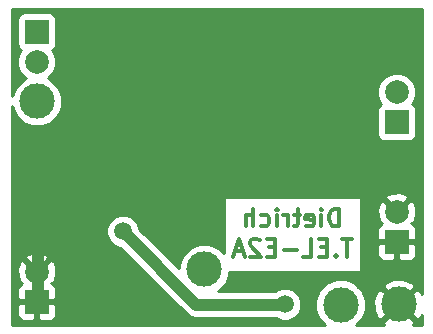
<source format=gbr>
G04 #@! TF.FileFunction,Copper,L2,Bot,Signal*
%FSLAX46Y46*%
G04 Gerber Fmt 4.6, Leading zero omitted, Abs format (unit mm)*
G04 Created by KiCad (PCBNEW 4.0.7) date 10/02/18 16:36:01*
%MOMM*%
%LPD*%
G01*
G04 APERTURE LIST*
%ADD10C,0.100000*%
%ADD11C,0.300000*%
%ADD12R,2.006600X2.006600*%
%ADD13C,2.006600*%
%ADD14C,2.999740*%
%ADD15C,1.500000*%
%ADD16C,0.800000*%
%ADD17C,1.000000*%
%ADD18C,0.254000*%
G04 APERTURE END LIST*
D10*
D11*
X152364285Y-106043571D02*
X152364285Y-104543571D01*
X152007142Y-104543571D01*
X151792857Y-104615000D01*
X151649999Y-104757857D01*
X151578571Y-104900714D01*
X151507142Y-105186429D01*
X151507142Y-105400714D01*
X151578571Y-105686429D01*
X151649999Y-105829286D01*
X151792857Y-105972143D01*
X152007142Y-106043571D01*
X152364285Y-106043571D01*
X150864285Y-106043571D02*
X150864285Y-105043571D01*
X150864285Y-104543571D02*
X150935714Y-104615000D01*
X150864285Y-104686429D01*
X150792857Y-104615000D01*
X150864285Y-104543571D01*
X150864285Y-104686429D01*
X149578571Y-105972143D02*
X149721428Y-106043571D01*
X150007142Y-106043571D01*
X150149999Y-105972143D01*
X150221428Y-105829286D01*
X150221428Y-105257857D01*
X150149999Y-105115000D01*
X150007142Y-105043571D01*
X149721428Y-105043571D01*
X149578571Y-105115000D01*
X149507142Y-105257857D01*
X149507142Y-105400714D01*
X150221428Y-105543571D01*
X149078571Y-105043571D02*
X148507142Y-105043571D01*
X148864285Y-104543571D02*
X148864285Y-105829286D01*
X148792857Y-105972143D01*
X148649999Y-106043571D01*
X148507142Y-106043571D01*
X148007142Y-106043571D02*
X148007142Y-105043571D01*
X148007142Y-105329286D02*
X147935714Y-105186429D01*
X147864285Y-105115000D01*
X147721428Y-105043571D01*
X147578571Y-105043571D01*
X147078571Y-106043571D02*
X147078571Y-105043571D01*
X147078571Y-104543571D02*
X147150000Y-104615000D01*
X147078571Y-104686429D01*
X147007143Y-104615000D01*
X147078571Y-104543571D01*
X147078571Y-104686429D01*
X145721428Y-105972143D02*
X145864285Y-106043571D01*
X146149999Y-106043571D01*
X146292857Y-105972143D01*
X146364285Y-105900714D01*
X146435714Y-105757857D01*
X146435714Y-105329286D01*
X146364285Y-105186429D01*
X146292857Y-105115000D01*
X146149999Y-105043571D01*
X145864285Y-105043571D01*
X145721428Y-105115000D01*
X145078571Y-106043571D02*
X145078571Y-104543571D01*
X144435714Y-106043571D02*
X144435714Y-105257857D01*
X144507143Y-105115000D01*
X144650000Y-105043571D01*
X144864285Y-105043571D01*
X145007143Y-105115000D01*
X145078571Y-105186429D01*
X153435714Y-107093571D02*
X152578571Y-107093571D01*
X153007142Y-108593571D02*
X153007142Y-107093571D01*
X152078571Y-108450714D02*
X152007143Y-108522143D01*
X152078571Y-108593571D01*
X152150000Y-108522143D01*
X152078571Y-108450714D01*
X152078571Y-108593571D01*
X151364285Y-107807857D02*
X150864285Y-107807857D01*
X150649999Y-108593571D02*
X151364285Y-108593571D01*
X151364285Y-107093571D01*
X150649999Y-107093571D01*
X149292856Y-108593571D02*
X150007142Y-108593571D01*
X150007142Y-107093571D01*
X148792856Y-108022143D02*
X147649999Y-108022143D01*
X146935713Y-107807857D02*
X146435713Y-107807857D01*
X146221427Y-108593571D02*
X146935713Y-108593571D01*
X146935713Y-107093571D01*
X146221427Y-107093571D01*
X145649999Y-107236429D02*
X145578570Y-107165000D01*
X145435713Y-107093571D01*
X145078570Y-107093571D01*
X144935713Y-107165000D01*
X144864284Y-107236429D01*
X144792856Y-107379286D01*
X144792856Y-107522143D01*
X144864284Y-107736429D01*
X145721427Y-108593571D01*
X144792856Y-108593571D01*
X144221428Y-108165000D02*
X143507142Y-108165000D01*
X144364285Y-108593571D02*
X143864285Y-107093571D01*
X143364285Y-108593571D01*
D12*
X126760000Y-89570000D03*
D13*
X126760000Y-92110000D03*
D12*
X126760000Y-112430000D03*
D13*
X126760000Y-109890000D03*
D12*
X157240000Y-107360000D03*
D13*
X157240000Y-104820000D03*
D12*
X157240000Y-97200000D03*
D13*
X157240000Y-94660000D03*
D14*
X157410000Y-112650000D03*
X152480000Y-112660000D03*
X140930000Y-109690000D03*
X126780000Y-95440000D03*
D15*
X144140000Y-91810000D03*
X144210000Y-94260000D03*
X144160000Y-89020000D03*
X130350000Y-88470000D03*
X157540000Y-88620000D03*
X134040000Y-106450000D03*
X147770000Y-112640000D03*
D16*
X143600000Y-91270000D02*
X143600000Y-91140000D01*
X144140000Y-91810000D02*
X143600000Y-91270000D01*
X141090000Y-91140000D02*
X139750000Y-91140000D01*
X144210000Y-94260000D02*
X141090000Y-91140000D01*
X141560000Y-91200000D02*
X141560000Y-91140000D01*
X141620000Y-91140000D02*
X141560000Y-91200000D01*
X142040000Y-91140000D02*
X141620000Y-91140000D01*
X144160000Y-89020000D02*
X142040000Y-91140000D01*
D17*
X129340000Y-89480000D02*
X129340000Y-101550000D01*
X130350000Y-88470000D02*
X129340000Y-89480000D01*
X155020000Y-91140000D02*
X143600000Y-91140000D01*
X143600000Y-91140000D02*
X141560000Y-91140000D01*
X157540000Y-88620000D02*
X155020000Y-91140000D01*
X141560000Y-91140000D02*
X139750000Y-91140000D01*
X139750000Y-91140000D02*
X129340000Y-101550000D01*
X126850000Y-104040000D02*
X126850000Y-111420000D01*
X129340000Y-101550000D02*
X126850000Y-104040000D01*
X140250000Y-112660000D02*
X134040000Y-106450000D01*
X147750000Y-112660000D02*
X140250000Y-112660000D01*
D16*
X147770000Y-112640000D02*
X147750000Y-112660000D01*
D18*
G36*
X159352300Y-111740257D02*
X159242632Y-111475495D01*
X158923877Y-111315728D01*
X157589605Y-112650000D01*
X158923877Y-113984272D01*
X159242632Y-113824505D01*
X159352300Y-113544740D01*
X159352300Y-114352300D01*
X158649830Y-114352300D01*
X158744272Y-114163877D01*
X157410000Y-112829605D01*
X156075728Y-114163877D01*
X156170170Y-114352300D01*
X153806544Y-114352300D01*
X154288800Y-113870886D01*
X154614499Y-113086515D01*
X154615214Y-112266217D01*
X155267405Y-112266217D01*
X155283633Y-113115366D01*
X155577368Y-113824505D01*
X155896123Y-113984272D01*
X157230395Y-112650000D01*
X155896123Y-111315728D01*
X155577368Y-111475495D01*
X155267405Y-112266217D01*
X154615214Y-112266217D01*
X154615240Y-112237211D01*
X154290910Y-111452273D01*
X153975312Y-111136123D01*
X156075728Y-111136123D01*
X157410000Y-112470395D01*
X158744272Y-111136123D01*
X158584505Y-110817368D01*
X157793783Y-110507405D01*
X156944634Y-110523633D01*
X156235495Y-110817368D01*
X156075728Y-111136123D01*
X153975312Y-111136123D01*
X153690886Y-110851200D01*
X152906515Y-110525501D01*
X152057211Y-110524760D01*
X151272273Y-110849090D01*
X150671200Y-111449114D01*
X150345501Y-112233485D01*
X150344760Y-113082789D01*
X150669090Y-113867727D01*
X151152817Y-114352300D01*
X124647700Y-114352300D01*
X124647700Y-112715750D01*
X125121700Y-112715750D01*
X125121700Y-113559609D01*
X125218373Y-113792998D01*
X125397001Y-113971627D01*
X125630390Y-114068300D01*
X126474250Y-114068300D01*
X126633000Y-113909550D01*
X126633000Y-112557000D01*
X126887000Y-112557000D01*
X126887000Y-113909550D01*
X127045750Y-114068300D01*
X127889610Y-114068300D01*
X128122999Y-113971627D01*
X128301627Y-113792998D01*
X128398300Y-113559609D01*
X128398300Y-112715750D01*
X128239550Y-112557000D01*
X126887000Y-112557000D01*
X126633000Y-112557000D01*
X125280450Y-112557000D01*
X125121700Y-112715750D01*
X124647700Y-112715750D01*
X124647700Y-109624674D01*
X125110811Y-109624674D01*
X125134812Y-110275988D01*
X125337884Y-110766247D01*
X125524658Y-110835496D01*
X125397001Y-110888373D01*
X125218373Y-111067002D01*
X125121700Y-111300391D01*
X125121700Y-112144250D01*
X125280450Y-112303000D01*
X126633000Y-112303000D01*
X126633000Y-112283000D01*
X126887000Y-112283000D01*
X126887000Y-112303000D01*
X128239550Y-112303000D01*
X128398300Y-112144250D01*
X128398300Y-111300391D01*
X128301627Y-111067002D01*
X128122999Y-110888373D01*
X127995342Y-110835496D01*
X128182116Y-110766247D01*
X128409189Y-110155326D01*
X128385188Y-109504012D01*
X128182116Y-109013753D01*
X127914919Y-108914686D01*
X126939605Y-109890000D01*
X126953748Y-109904143D01*
X126774143Y-110083748D01*
X126760000Y-110069605D01*
X126745858Y-110083748D01*
X126566253Y-109904143D01*
X126580395Y-109890000D01*
X125605081Y-108914686D01*
X125337884Y-109013753D01*
X125110811Y-109624674D01*
X124647700Y-109624674D01*
X124647700Y-108735081D01*
X125784686Y-108735081D01*
X126760000Y-109710395D01*
X127735314Y-108735081D01*
X127636247Y-108467884D01*
X127025326Y-108240811D01*
X126374012Y-108264812D01*
X125883753Y-108467884D01*
X125784686Y-108735081D01*
X124647700Y-108735081D01*
X124647700Y-106724285D01*
X132654760Y-106724285D01*
X132865169Y-107233515D01*
X133254436Y-107623461D01*
X133763298Y-107834759D01*
X133819676Y-107834808D01*
X139447434Y-113462566D01*
X139815654Y-113708603D01*
X140250000Y-113795000D01*
X146966007Y-113795000D01*
X146984436Y-113813461D01*
X147493298Y-114024759D01*
X148044285Y-114025240D01*
X148553515Y-113814831D01*
X148943461Y-113425564D01*
X149154759Y-112916702D01*
X149155240Y-112365715D01*
X148944831Y-111856485D01*
X148555564Y-111466539D01*
X148046702Y-111255241D01*
X147495715Y-111254760D01*
X146986485Y-111465169D01*
X146926550Y-111525000D01*
X142079425Y-111525000D01*
X142137727Y-111500910D01*
X142738800Y-110900886D01*
X143064499Y-110116515D01*
X143064688Y-109900000D01*
X154213572Y-109900000D01*
X154213572Y-107645750D01*
X155601700Y-107645750D01*
X155601700Y-108489609D01*
X155698373Y-108722998D01*
X155877001Y-108901627D01*
X156110390Y-108998300D01*
X156954250Y-108998300D01*
X157113000Y-108839550D01*
X157113000Y-107487000D01*
X157367000Y-107487000D01*
X157367000Y-108839550D01*
X157525750Y-108998300D01*
X158369610Y-108998300D01*
X158602999Y-108901627D01*
X158781627Y-108722998D01*
X158878300Y-108489609D01*
X158878300Y-107645750D01*
X158719550Y-107487000D01*
X157367000Y-107487000D01*
X157113000Y-107487000D01*
X155760450Y-107487000D01*
X155601700Y-107645750D01*
X154213572Y-107645750D01*
X154213572Y-104554674D01*
X155590811Y-104554674D01*
X155614812Y-105205988D01*
X155817884Y-105696247D01*
X156004658Y-105765496D01*
X155877001Y-105818373D01*
X155698373Y-105997002D01*
X155601700Y-106230391D01*
X155601700Y-107074250D01*
X155760450Y-107233000D01*
X157113000Y-107233000D01*
X157113000Y-107213000D01*
X157367000Y-107213000D01*
X157367000Y-107233000D01*
X158719550Y-107233000D01*
X158878300Y-107074250D01*
X158878300Y-106230391D01*
X158781627Y-105997002D01*
X158602999Y-105818373D01*
X158475342Y-105765496D01*
X158662116Y-105696247D01*
X158889189Y-105085326D01*
X158865188Y-104434012D01*
X158662116Y-103943753D01*
X158394919Y-103844686D01*
X157419605Y-104820000D01*
X157433748Y-104834143D01*
X157254143Y-105013748D01*
X157240000Y-104999605D01*
X157225858Y-105013748D01*
X157046253Y-104834143D01*
X157060395Y-104820000D01*
X156085081Y-103844686D01*
X155817884Y-103943753D01*
X155590811Y-104554674D01*
X154213572Y-104554674D01*
X154213572Y-103665081D01*
X156264686Y-103665081D01*
X157240000Y-104640395D01*
X158215314Y-103665081D01*
X158116247Y-103397884D01*
X157505326Y-103170811D01*
X156854012Y-103194812D01*
X156363753Y-103397884D01*
X156264686Y-103665081D01*
X154213572Y-103665081D01*
X154213572Y-103530000D01*
X142586429Y-103530000D01*
X142586429Y-108327522D01*
X142140886Y-107881200D01*
X141356515Y-107555501D01*
X140507211Y-107554760D01*
X139722273Y-107879090D01*
X139121200Y-108479114D01*
X138795501Y-109263485D01*
X138795207Y-109600075D01*
X135425193Y-106230061D01*
X135425240Y-106175715D01*
X135214831Y-105666485D01*
X134825564Y-105276539D01*
X134316702Y-105065241D01*
X133765715Y-105064760D01*
X133256485Y-105275169D01*
X132866539Y-105664436D01*
X132655241Y-106173298D01*
X132654760Y-106724285D01*
X124647700Y-106724285D01*
X124647700Y-95869904D01*
X124969090Y-96647727D01*
X125569114Y-97248800D01*
X126353485Y-97574499D01*
X127202789Y-97575240D01*
X127987727Y-97250910D01*
X128588800Y-96650886D01*
X128777394Y-96196700D01*
X155589260Y-96196700D01*
X155589260Y-98203300D01*
X155633538Y-98438617D01*
X155772610Y-98654741D01*
X155984810Y-98799731D01*
X156236700Y-98850740D01*
X158243300Y-98850740D01*
X158478617Y-98806462D01*
X158694741Y-98667390D01*
X158839731Y-98455190D01*
X158890740Y-98203300D01*
X158890740Y-96196700D01*
X158846462Y-95961383D01*
X158707390Y-95745259D01*
X158567515Y-95649687D01*
X158628073Y-95589234D01*
X158878015Y-94987308D01*
X158878584Y-94335552D01*
X158629693Y-93733190D01*
X158169234Y-93271927D01*
X157567308Y-93021985D01*
X156915552Y-93021416D01*
X156313190Y-93270307D01*
X155851927Y-93730766D01*
X155601985Y-94332692D01*
X155601416Y-94984448D01*
X155850307Y-95586810D01*
X155913485Y-95650099D01*
X155785259Y-95732610D01*
X155640269Y-95944810D01*
X155589260Y-96196700D01*
X128777394Y-96196700D01*
X128914499Y-95866515D01*
X128915240Y-95017211D01*
X128590910Y-94232273D01*
X127990886Y-93631200D01*
X127680480Y-93502308D01*
X127686810Y-93499693D01*
X128148073Y-93039234D01*
X128398015Y-92437308D01*
X128398584Y-91785552D01*
X128149693Y-91183190D01*
X128086515Y-91119901D01*
X128214741Y-91037390D01*
X128359731Y-90825190D01*
X128410740Y-90573300D01*
X128410740Y-88566700D01*
X128366462Y-88331383D01*
X128227390Y-88115259D01*
X128015190Y-87970269D01*
X127763300Y-87919260D01*
X125756700Y-87919260D01*
X125521383Y-87963538D01*
X125305259Y-88102610D01*
X125160269Y-88314810D01*
X125109260Y-88566700D01*
X125109260Y-90573300D01*
X125153538Y-90808617D01*
X125292610Y-91024741D01*
X125432485Y-91120313D01*
X125371927Y-91180766D01*
X125121985Y-91782692D01*
X125121416Y-92434448D01*
X125370307Y-93036810D01*
X125830766Y-93498073D01*
X125859990Y-93510208D01*
X125572273Y-93629090D01*
X124971200Y-94229114D01*
X124647700Y-95008189D01*
X124647700Y-87647700D01*
X159352300Y-87647700D01*
X159352300Y-111740257D01*
X159352300Y-111740257D01*
G37*
X159352300Y-111740257D02*
X159242632Y-111475495D01*
X158923877Y-111315728D01*
X157589605Y-112650000D01*
X158923877Y-113984272D01*
X159242632Y-113824505D01*
X159352300Y-113544740D01*
X159352300Y-114352300D01*
X158649830Y-114352300D01*
X158744272Y-114163877D01*
X157410000Y-112829605D01*
X156075728Y-114163877D01*
X156170170Y-114352300D01*
X153806544Y-114352300D01*
X154288800Y-113870886D01*
X154614499Y-113086515D01*
X154615214Y-112266217D01*
X155267405Y-112266217D01*
X155283633Y-113115366D01*
X155577368Y-113824505D01*
X155896123Y-113984272D01*
X157230395Y-112650000D01*
X155896123Y-111315728D01*
X155577368Y-111475495D01*
X155267405Y-112266217D01*
X154615214Y-112266217D01*
X154615240Y-112237211D01*
X154290910Y-111452273D01*
X153975312Y-111136123D01*
X156075728Y-111136123D01*
X157410000Y-112470395D01*
X158744272Y-111136123D01*
X158584505Y-110817368D01*
X157793783Y-110507405D01*
X156944634Y-110523633D01*
X156235495Y-110817368D01*
X156075728Y-111136123D01*
X153975312Y-111136123D01*
X153690886Y-110851200D01*
X152906515Y-110525501D01*
X152057211Y-110524760D01*
X151272273Y-110849090D01*
X150671200Y-111449114D01*
X150345501Y-112233485D01*
X150344760Y-113082789D01*
X150669090Y-113867727D01*
X151152817Y-114352300D01*
X124647700Y-114352300D01*
X124647700Y-112715750D01*
X125121700Y-112715750D01*
X125121700Y-113559609D01*
X125218373Y-113792998D01*
X125397001Y-113971627D01*
X125630390Y-114068300D01*
X126474250Y-114068300D01*
X126633000Y-113909550D01*
X126633000Y-112557000D01*
X126887000Y-112557000D01*
X126887000Y-113909550D01*
X127045750Y-114068300D01*
X127889610Y-114068300D01*
X128122999Y-113971627D01*
X128301627Y-113792998D01*
X128398300Y-113559609D01*
X128398300Y-112715750D01*
X128239550Y-112557000D01*
X126887000Y-112557000D01*
X126633000Y-112557000D01*
X125280450Y-112557000D01*
X125121700Y-112715750D01*
X124647700Y-112715750D01*
X124647700Y-109624674D01*
X125110811Y-109624674D01*
X125134812Y-110275988D01*
X125337884Y-110766247D01*
X125524658Y-110835496D01*
X125397001Y-110888373D01*
X125218373Y-111067002D01*
X125121700Y-111300391D01*
X125121700Y-112144250D01*
X125280450Y-112303000D01*
X126633000Y-112303000D01*
X126633000Y-112283000D01*
X126887000Y-112283000D01*
X126887000Y-112303000D01*
X128239550Y-112303000D01*
X128398300Y-112144250D01*
X128398300Y-111300391D01*
X128301627Y-111067002D01*
X128122999Y-110888373D01*
X127995342Y-110835496D01*
X128182116Y-110766247D01*
X128409189Y-110155326D01*
X128385188Y-109504012D01*
X128182116Y-109013753D01*
X127914919Y-108914686D01*
X126939605Y-109890000D01*
X126953748Y-109904143D01*
X126774143Y-110083748D01*
X126760000Y-110069605D01*
X126745858Y-110083748D01*
X126566253Y-109904143D01*
X126580395Y-109890000D01*
X125605081Y-108914686D01*
X125337884Y-109013753D01*
X125110811Y-109624674D01*
X124647700Y-109624674D01*
X124647700Y-108735081D01*
X125784686Y-108735081D01*
X126760000Y-109710395D01*
X127735314Y-108735081D01*
X127636247Y-108467884D01*
X127025326Y-108240811D01*
X126374012Y-108264812D01*
X125883753Y-108467884D01*
X125784686Y-108735081D01*
X124647700Y-108735081D01*
X124647700Y-106724285D01*
X132654760Y-106724285D01*
X132865169Y-107233515D01*
X133254436Y-107623461D01*
X133763298Y-107834759D01*
X133819676Y-107834808D01*
X139447434Y-113462566D01*
X139815654Y-113708603D01*
X140250000Y-113795000D01*
X146966007Y-113795000D01*
X146984436Y-113813461D01*
X147493298Y-114024759D01*
X148044285Y-114025240D01*
X148553515Y-113814831D01*
X148943461Y-113425564D01*
X149154759Y-112916702D01*
X149155240Y-112365715D01*
X148944831Y-111856485D01*
X148555564Y-111466539D01*
X148046702Y-111255241D01*
X147495715Y-111254760D01*
X146986485Y-111465169D01*
X146926550Y-111525000D01*
X142079425Y-111525000D01*
X142137727Y-111500910D01*
X142738800Y-110900886D01*
X143064499Y-110116515D01*
X143064688Y-109900000D01*
X154213572Y-109900000D01*
X154213572Y-107645750D01*
X155601700Y-107645750D01*
X155601700Y-108489609D01*
X155698373Y-108722998D01*
X155877001Y-108901627D01*
X156110390Y-108998300D01*
X156954250Y-108998300D01*
X157113000Y-108839550D01*
X157113000Y-107487000D01*
X157367000Y-107487000D01*
X157367000Y-108839550D01*
X157525750Y-108998300D01*
X158369610Y-108998300D01*
X158602999Y-108901627D01*
X158781627Y-108722998D01*
X158878300Y-108489609D01*
X158878300Y-107645750D01*
X158719550Y-107487000D01*
X157367000Y-107487000D01*
X157113000Y-107487000D01*
X155760450Y-107487000D01*
X155601700Y-107645750D01*
X154213572Y-107645750D01*
X154213572Y-104554674D01*
X155590811Y-104554674D01*
X155614812Y-105205988D01*
X155817884Y-105696247D01*
X156004658Y-105765496D01*
X155877001Y-105818373D01*
X155698373Y-105997002D01*
X155601700Y-106230391D01*
X155601700Y-107074250D01*
X155760450Y-107233000D01*
X157113000Y-107233000D01*
X157113000Y-107213000D01*
X157367000Y-107213000D01*
X157367000Y-107233000D01*
X158719550Y-107233000D01*
X158878300Y-107074250D01*
X158878300Y-106230391D01*
X158781627Y-105997002D01*
X158602999Y-105818373D01*
X158475342Y-105765496D01*
X158662116Y-105696247D01*
X158889189Y-105085326D01*
X158865188Y-104434012D01*
X158662116Y-103943753D01*
X158394919Y-103844686D01*
X157419605Y-104820000D01*
X157433748Y-104834143D01*
X157254143Y-105013748D01*
X157240000Y-104999605D01*
X157225858Y-105013748D01*
X157046253Y-104834143D01*
X157060395Y-104820000D01*
X156085081Y-103844686D01*
X155817884Y-103943753D01*
X155590811Y-104554674D01*
X154213572Y-104554674D01*
X154213572Y-103665081D01*
X156264686Y-103665081D01*
X157240000Y-104640395D01*
X158215314Y-103665081D01*
X158116247Y-103397884D01*
X157505326Y-103170811D01*
X156854012Y-103194812D01*
X156363753Y-103397884D01*
X156264686Y-103665081D01*
X154213572Y-103665081D01*
X154213572Y-103530000D01*
X142586429Y-103530000D01*
X142586429Y-108327522D01*
X142140886Y-107881200D01*
X141356515Y-107555501D01*
X140507211Y-107554760D01*
X139722273Y-107879090D01*
X139121200Y-108479114D01*
X138795501Y-109263485D01*
X138795207Y-109600075D01*
X135425193Y-106230061D01*
X135425240Y-106175715D01*
X135214831Y-105666485D01*
X134825564Y-105276539D01*
X134316702Y-105065241D01*
X133765715Y-105064760D01*
X133256485Y-105275169D01*
X132866539Y-105664436D01*
X132655241Y-106173298D01*
X132654760Y-106724285D01*
X124647700Y-106724285D01*
X124647700Y-95869904D01*
X124969090Y-96647727D01*
X125569114Y-97248800D01*
X126353485Y-97574499D01*
X127202789Y-97575240D01*
X127987727Y-97250910D01*
X128588800Y-96650886D01*
X128777394Y-96196700D01*
X155589260Y-96196700D01*
X155589260Y-98203300D01*
X155633538Y-98438617D01*
X155772610Y-98654741D01*
X155984810Y-98799731D01*
X156236700Y-98850740D01*
X158243300Y-98850740D01*
X158478617Y-98806462D01*
X158694741Y-98667390D01*
X158839731Y-98455190D01*
X158890740Y-98203300D01*
X158890740Y-96196700D01*
X158846462Y-95961383D01*
X158707390Y-95745259D01*
X158567515Y-95649687D01*
X158628073Y-95589234D01*
X158878015Y-94987308D01*
X158878584Y-94335552D01*
X158629693Y-93733190D01*
X158169234Y-93271927D01*
X157567308Y-93021985D01*
X156915552Y-93021416D01*
X156313190Y-93270307D01*
X155851927Y-93730766D01*
X155601985Y-94332692D01*
X155601416Y-94984448D01*
X155850307Y-95586810D01*
X155913485Y-95650099D01*
X155785259Y-95732610D01*
X155640269Y-95944810D01*
X155589260Y-96196700D01*
X128777394Y-96196700D01*
X128914499Y-95866515D01*
X128915240Y-95017211D01*
X128590910Y-94232273D01*
X127990886Y-93631200D01*
X127680480Y-93502308D01*
X127686810Y-93499693D01*
X128148073Y-93039234D01*
X128398015Y-92437308D01*
X128398584Y-91785552D01*
X128149693Y-91183190D01*
X128086515Y-91119901D01*
X128214741Y-91037390D01*
X128359731Y-90825190D01*
X128410740Y-90573300D01*
X128410740Y-88566700D01*
X128366462Y-88331383D01*
X128227390Y-88115259D01*
X128015190Y-87970269D01*
X127763300Y-87919260D01*
X125756700Y-87919260D01*
X125521383Y-87963538D01*
X125305259Y-88102610D01*
X125160269Y-88314810D01*
X125109260Y-88566700D01*
X125109260Y-90573300D01*
X125153538Y-90808617D01*
X125292610Y-91024741D01*
X125432485Y-91120313D01*
X125371927Y-91180766D01*
X125121985Y-91782692D01*
X125121416Y-92434448D01*
X125370307Y-93036810D01*
X125830766Y-93498073D01*
X125859990Y-93510208D01*
X125572273Y-93629090D01*
X124971200Y-94229114D01*
X124647700Y-95008189D01*
X124647700Y-87647700D01*
X159352300Y-87647700D01*
X159352300Y-111740257D01*
M02*

</source>
